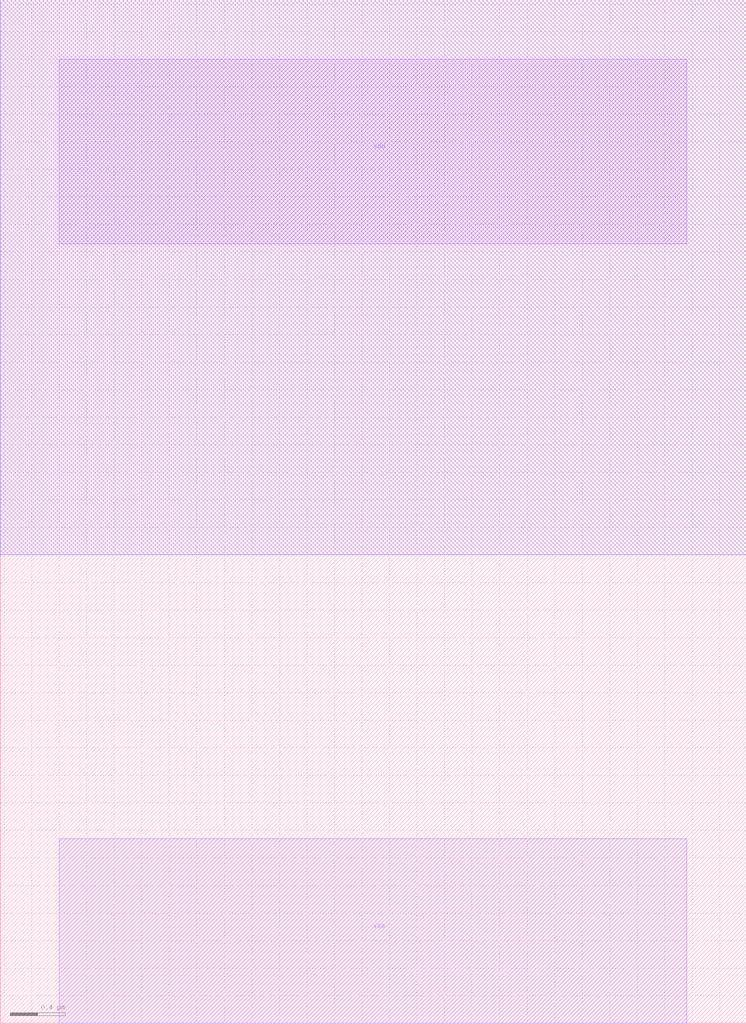
<source format=lef>
VERSION 5.7 ;
  NOWIREEXTENSIONATPIN ON ;
  DIVIDERCHAR "/" ;
  BUSBITCHARS "[]" ;
MACRO fill_w4
  CLASS BLOCK ;
  FOREIGN fill_w4 ;
  ORIGIN 0.430 0.000 ;
  SIZE 5.420 BY 7.430 ;
  PIN vdd
    PORT
      LAYER Metal1 ;
        RECT 0.000 5.660 4.560 7.000 ;
    END
  END vdd
  PIN vss
    PORT
      LAYER Metal1 ;
        RECT 0.000 0.000 4.560 1.340 ;
    END
  END vss
  OBS
      LAYER Nwell ;
        RECT -0.430 3.400 4.990 7.430 ;
  END
END fill_w4
END LIBRARY


</source>
